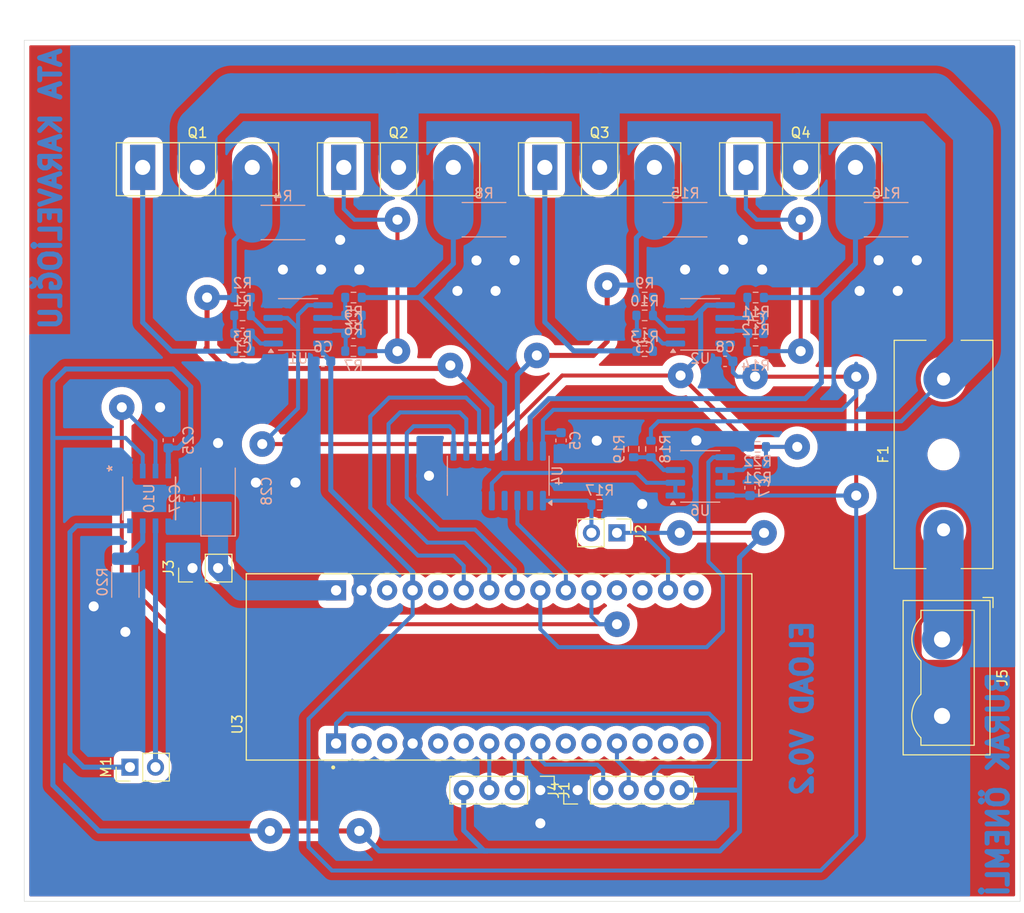
<source format=kicad_pcb>
(kicad_pcb (version 20241229) (generator "pcbnew") (generator_version "9.0")
  (layers (0 "F.Cu" signal) (2 "B.Cu" signal) (13 "F.Paste" user) (15 "B.Paste" user) (5 "F.SilkS" user "F.Silkscreen") (7 "B.SilkS" user "B.Silkscreen") (1 "F.Mask" user) (3 "B.Mask" user) (25 "Edge.Cuts" user))
  (net 0 "")
  (net 1 "Net-(C1-Pad1)")
  (net 2 "Net-(C1-Pad2)")
  (net 3 "Net-(C2-Pad2)")
  (net 4 "Net-(C2-Pad1)")
  (net 5 "Net-(C3-Pad1)")
  (net 6 "Net-(C3-Pad2)")
  (net 7 "Net-(C4-Pad2)")
  (net 8 "Net-(C4-Pad1)")
  (net 9 "+5V")
  (net 10 "GND")
  (net 11 "+3.3V")
  (net 12 "/MCU/SDA")
  (net 13 "/MCU/SCL")
  (net 14 "/Analog_Multiplexing/Y5")
  (net 15 "VIN")
  (net 16 "/MCU/ENCODER_SW")
  (net 17 "Net-(Q1-G)")
  (net 18 "/Analog_Multiplexing/Y0")
  (net 19 "VBUS")
  (net 20 "Net-(Q2-G)")
  (net 21 "/Analog_Multiplexing/Y1")
  (net 22 "Net-(Q3-G)")
  (net 23 "/Analog_Multiplexing/Y2")
  (net 24 "Net-(Q4-G)")
  (net 25 "/Analog_Multiplexing/Y3")
  (net 26 "Net-(U1A--)")
  (net 27 "Net-(U1B--)")
  (net 28 "Net-(U2A--)")
  (net 29 "Net-(U2B--)")
  (net 30 "Net-(U6A-+)")
  (net 31 "/Load Stage/DAC_BUFFERED")
  (net 32 "/Analog_Multiplexing/S3")
  (net 36 "/Analog_Multiplexing/ADC")
  (net 38 "/Analog_Multiplexing/S2")
  (net 42 "/Analog_Multiplexing/S1")
  (net 48 "/Analog_Multiplexing/Y4")
  (net 51 "VBUS_UNPROTECTED")
  (net 52 "Net-(U3B-PA4)")
  (net 54 "/Fan Controller/Motor-")
  (net 55 "/Fan Controller/Motor+")
  (net 56 "/Fan Controller/Vin+")
  (net 57 "/MCU/TIM1_CHANNEL1")
  (net 58 "/MCU/TIM1_CHANNEL2")
  (net 59 "Net-(U6B--)")
  (net 60 "/Fan Controller/IN1")
  (footprint "Package_TO_SOT_THT:TO-247-3_Vertical" (layer "F.Cu") (at 183.9972 65.786)
    (property "Reference" "Q4")
    (property "Value" "IRFP250")
  )
  (footprint "Package_TO_SOT_THT:TO-247-3_Vertical" (layer "F.Cu") (at 163.9972 65.786)
    (property "Reference" "Q3")
    (property "Value" "IRFP250")
  )
  (footprint "Package_TO_SOT_THT:TO-247-3_Vertical" (layer "F.Cu") (at 143.9972 65.786)
    (property "Reference" "Q2")
    (property "Value" "IRFP250")
  )
  (footprint "NUCLEO_L432KC:MODULE_NUCLEO-L432KC" (layer "F.Cu") (at 159.4472 115.5 90)
    (property "Reference" "U3")
    (property "Value" "NUCLEO-L432KC")
  )
  (footprint "Fuse:Fuseholder_Cylinder-5x20mm_Schurter_0031_8201_Horizontal_Open" (layer "F.Cu") (at 203.6572 105.604 90)
    (property "Reference" "F1")
    (property "Value" "Fuse")
  )
  (footprint "Connector_PinHeader_2.54mm:PinHeader_1x05_P2.54mm_Vertical" (layer "F.Cu") (at 167.259 127.762 90)
    (property "Reference" "J4")
    (property "Value" "Conn_01x05_Pin")
  )
  (footprint "Package_TO_SOT_THT:TO-247-3_Vertical" (layer "F.Cu") (at 123.9972 65.786)
    (property "Reference" "Q1")
    (property "Value" "IRFP250")
  )
  (footprint "Connector_PinHeader_2.54mm:PinHeader_1x02_P2.54mm_Vertical" (layer "F.Cu") (at 171.1722 102.1588 -90)
    (property "Reference" "J2")
    (property "Value" "Conn_01x02_Pin")
  )
  (footprint "Connector_PinHeader_2.54mm:PinHeader_1x04_P2.54mm_Vertical" (layer "F.Cu") (at 163.5522 127.762 -90)
    (property "Reference" "J1")
    (property "Value" "Conn_01x04_Pin")
  )
  (footprint "Connector_PinHeader_2.54mm:PinHeader_1x02_P2.54mm_Vertical" (layer "F.Cu") (at 122.7328 125.476 90)
    (property "Reference" "M1")
    (property "Value" "Motor Connection")
  )
  (footprint "Connector_PinHeader_2.54mm:PinHeader_1x02_P2.54mm_Vertical" (layer "F.Cu") (at 128.9558 105.664 90)
    (property "Reference" "J3")
    (property "Value" "Conn_01x02_Pin")
  )
  (footprint "TerminalBlock:TerminalBlock_Wuerth_691311400102_P7.62mm" (layer "F.Cu") (at 203.5072 112.762 -90)
    (property "Reference" "J5")
    (property "Value" "Screw_Terminal_01x02")
  )
  (footprint "Resistor_SMD:R_0603_1608Metric" (layer "B.Cu") (at 133.9287 80.518 180)
    (property "Reference" "R1")
    (property "Value" "1k")
  )
  (footprint "Resistor_SMD:R_0603_1608Metric" (layer "B.Cu") (at 173.9287 84.074 180)
    (property "Reference" "R13")
    (property "Value" "1k")
  )
  (footprint "Resistor_SMD:R_0603_1608Metric" (layer "B.Cu") (at 185.166 95.25)
    (property "Reference" "R21")
    (property "Value" "10k")
  )
  (footprint "Resistor_SMD:R_0603_1608Metric" (layer "B.Cu") (at 184.9657 78.74)
    (property "Reference" "R11")
    (property "Value" "10k")
  )
  (footprint "Package_SO:SOIC-8_3.9x4.9mm_P1.27mm" (layer "B.Cu") (at 139.4547 81.407)
    (property "Reference" "U1")
    (property "Value" "OPA2197xD")
  )
  (footprint "Resistor_SMD:R_0603_1608Metric" (layer "B.Cu") (at 185.166 93.599)
    (property "Reference" "R22")
    (property "Value" "1k")
  )
  (footprint "Resistor_SMD:R_0603_1608Metric" (layer "B.Cu") (at 133.9287 84.074 180)
    (property "Reference" "R3")
    (property "Value" "1k")
  )
  (footprint "Resistor_SMD:R_0603_1608Metric" (layer "B.Cu") (at 133.9287 78.74 180)
    (property "Reference" "R2")
    (property "Value" "10k")
  )
  (footprint "Resistor_SMD:R_0603_1608Metric" (layer "B.Cu") (at 144.9657 80.518)
    (property "Reference" "R6")
    (property "Value" "1k")
  )
  (footprint "Capacitor_SMD:C_0603_1608Metric" (layer "B.Cu") (at 184.9647 82.296 180)
    (property "Reference" "C4")
    (property "Value" "1nF")
  )
  (footprint "Resistor_SMD:R_0603_1608Metric" (layer "B.Cu") (at 173.9287 80.518 180)
    (property "Reference" "R10")
    (property "Value" "1k")
  )
  (footprint "Resistor_SMD:R_0603_1608Metric" (layer "B.Cu") (at 169.4572 99.3648 180)
    (property "Reference" "R17")
    (property "Value" "10k")
  )
  (footprint "Capacitor_Tantalum_SMD:CP_EIA-6032-15_Kemet-U" (layer "B.Cu") (at 131.4958 98.7098 90)
    (property "Reference" "C28")
    (property "Value" "47uF")
  )
  (footprint "Resistor_SMD:R_2512_6332Metric_Pad1.40x3.35mm_HandSolder" (layer "B.Cu") (at 197.9472 70.993 180)
    (property "Reference" "R16")
    (property "Value" "0.1")
  )
  (footprint "Package_SO:SOIC-16_3.9x9.9mm_P1.27mm" (layer "B.Cu") (at 159.3622 96.475 90)
    (property "Reference" "U4")
    (property "Value" "HEF4051BT")
  )
  (footprint "Capacitor_SMD:C_0603_1608Metric" (layer "B.Cu") (at 133.9287 82.296)
    (property "Reference" "C1")
    (property "Value" "1nF")
  )
  (footprint "Package_SO:SOIC-8_3.9x4.9mm_P1.27mm" (layer "B.Cu") (at 179.4547 96.54)
    (property "Reference" "U6")
    (property "Value" "OPA2197xD")
  )
  (footprint "Resistor_SMD:R_0603_1608Metric" (layer "B.Cu") (at 173.9287 78.74 180)
    (property "Reference" "R9")
    (property "Value" "10k")
  )
  (footprint "Resistor_SMD:R_2512_6332Metric_Pad1.40x3.35mm_HandSolder" (layer "B.Cu") (at 137.9472 71.2724 180)
    (property "Reference" "R4")
    (property "Value" "0.1")
  )
  (footprint "Capacitor_SMD:C_0603_1608Metric" (layer "B.Cu") (at 144.9657 82.296 180)
    (property "Reference" "C2")
    (property "Value" "1nF")
  )
  (footprint "Resistor_SMD:R_2512_6332Metric_Pad1.40x3.35mm_HandSolder" (layer "B.Cu") (at 157.9472 70.993 180)
    (property "Reference" "R8")
    (property "Value" "0.1")
  )
  (footprint "Capacitor_SMD:C_0603_1608Metric" (layer "B.Cu") (at 126.5428 92.9386 -90)
    (property "Reference" "C25")
    (property "Value" "0.1uF")
  )
  (footprint "Capacitor_SMD:C_0603_1608Metric" (layer "B.Cu") (at 141.9297 85.09 180)
    (property "Reference" "C6")
    (property "Value" "0.1uF")
  )
  (footprint "Capacitor_SMD:C_0603_1608Metric" (layer "B.Cu") (at 184.404 97.67 90)
    (property "Reference" "C7")
    (property "Value" "0.1uF")
  )
  (footprint "Capacitor_SMD:C_0603_1608Metric" (layer "B.Cu") (at 165.608 92.964 90)
    (property "Reference" "C5")
    (property "Value" "0.1uF")
  )
  (footprint "Resistor_SMD:R_0603_1608Metric" (layer "B.Cu") (at 144.9657 78.74)
    (property "Reference" "R5")
    (property "Value" "10k")
  )
  (footprint "Resistor_SMD:R_0603_1608Metric" (layer "B.Cu") (at 174.5498 93.81 90)
    (property "Reference" "R18")
    (property "Value" "100k")
  )
  (footprint "Resistor_SMD:R_0603_1608Metric" (layer "B.Cu") (at 184.9657 84.074)
    (property "Reference" "R14")
    (property "Value" "1k")
  )
  (footprint "Resistor_SMD:R_0603_1608Metric" (layer "B.Cu") (at 184.9657 80.518)
    (property "Reference" "R12")
    (property "Value" "1k")
  )
  (footprint "Resistor_SMD:R_2512_6332Metric_Pad1.40x3.35mm_HandSolder" (layer "B.Cu") (at 177.9472 70.993 180)
    (property "Reference" "R15")
    (property "Value" "0.1")
  )
  (footprint "DRV8231DDAR:DRV8231DDAR" (layer "B.Cu") (at 124.6378 98.7298 -90)
    (property "Reference" "U10")
    (property "Value" "DRV8231DDAR")
  )
  (footprint "Package_SO:SOIC-8_3.9x4.9mm_P1.27mm" (layer "B.Cu") (at 179.4547 81.407)
    (property "Reference" "U2")
    (property "Value" "OPA2197xD")
  )
  (footprint "Resistor_SMD:R_0603_1608Metric" (layer "B.Cu") (at 144.9657 84.074)
    (property "Reference" "R7")
    (property "Value" "1k")
  )
  (footprint "Capacitor_SMD:C_0603_1608Metric" (layer "B.Cu") (at 181.9297 85.09 180)
    (property "Reference" "C8")
    (property "Value" "0.1uF")
  )
  (footprint "Resistor_SMD:R_2010_5025Metric" (layer "B.Cu") (at 122.2756 107.04195 -90)
    (property "Reference" "R20")
    (property "Value" "0.15 ohm")
  )
  (footprint "Capacitor_SMD:C_0603_1608Metric" (layer "B.Cu") (at 128.6256 98.7298 -90)
    (property "Reference" "C27")
    (property "Value" "0.1uF")
  )
  (footprint "Capacitor_SMD:C_0603_1608Metric" (layer "B.Cu") (at 173.9287 82.296)
    (property "Reference" "C3")
    (property "Value" "1nF")
  )
  (footprint "Resistor_SMD:R_0603_1608Metric" (layer "B.Cu") (at 172.8368 93.81 -90)
    (property "Reference" "R19")
    (property "Value" "1k")
  )
  (gr_rect (start 112.2172 53.1368) (end 211.2772 138.8364) (stroke (width 0.05)) (fill no) (layer "Edge.Cuts"))
  (gr_text "BURAK ÖNEMLİ" (at 210.2612 115.7478 90) (layer "B.Cu") (effects (font (size 2 2) (thickness 0.5) (bold yes)) (justify left bottom mirror)))
  (gr_text "ELOAD V0.2" (at 190.7794 110.6678 90) (layer "B.Cu") (effects (font (size 2 2) (thickness 0.5) (bold yes)) (justify left bottom mirror)))
  (gr_text "ATA KARAVELİOĞLU" (at 116.0272 53.6956 90) (layer "B.Cu") (effects (font (size 2 2) (thickness 0.5) (bold yes)) (justify left bottom mirror)))
  (segment (start 133.1537 82.296) (end 133.1537 80.568) (width 0.4) (layer "B.Cu") (net 1))
  (segment (start 133.1537 80.568) (end 133.1037 80.518) (width 0.4) (layer "B.Cu") (net 1))
  (segment (start 136.9797 83.312) (end 135.7197 83.312) (width 0.4) (layer "B.Cu") (net 2))
  (segment (start 134.7037 82.296) (end 134.7037 84.024) (width 0.4) (layer "B.Cu") (net 2))
  (segment (start 134.7037 84.024) (end 134.7537 84.074) (width 0.4) (layer "B.Cu") (net 2))
  (segment (start 135.7197 83.312) (end 134.7037 82.296) (width 0.4) (layer "B.Cu") (net 2))
  (segment (start 144.1907 82.296) (end 144.1907 84.024) (width 0.4) (layer "B.Cu") (net 3))
  (segment (start 143.9367 82.042) (end 144.1907 82.296) (width 0.4) (layer "B.Cu") (net 3))
  (segment (start 144.1907 84.024) (end 144.1407 84.074) (width 0.4) (layer "B.Cu") (net 3))
  (segment (start 141.9297 82.042) (end 143.9367 82.042) (width 0.4) (layer "B.Cu") (net 3))
  (segment (start 145.7407 80.568) (end 145.7907 80.518) (width 0.4) (layer "B.Cu") (net 4))
  (segment (start 145.7407 82.296) (end 145.7407 80.568) (width 0.4) (layer "B.Cu") (net 4))
  (segment (start 173.1537 82.296) (end 173.1537 80.568) (width 0.4) (layer "B.Cu") (net 5))
  (segment (start 173.1537 80.568) (end 173.1037 80.518) (width 0.4) (layer "B.Cu") (net 5))
  (segment (start 175.7197 83.312) (end 174.7037 82.296) (width 0.4) (layer "B.Cu") (net 6))
  (segment (start 174.7037 82.296) (end 174.7037 84.024) (width 0.4) (layer "B.Cu") (net 6))
  (segment (start 174.7037 84.024) (end 174.7537 84.074) (width 0.4) (layer "B.Cu") (net 6))
  (segment (start 176.9797 83.312) (end 175.7197 83.312) (width 0.4) (layer "B.Cu") (net 6))
  (segment (start 184.1897 84.025) (end 184.1407 84.074) (width 0.4) (layer "B.Cu") (net 7))
  (segment (start 181.9297 82.042) (end 183.9357 82.042) (width 0.4) (layer "B.Cu") (net 7))
  (segment (start 183.9357 82.042) (end 184.1897 82.296) (width 0.4) (layer "B.Cu") (net 7))
  (segment (start 184.1897 82.296) (end 184.1897 84.025) (width 0.4) (layer "B.Cu") (net 7))
  (segment (start 185.7397 80.569) (end 185.7907 80.518) (width 0.4) (layer "B.Cu") (net 8))
  (segment (start 185.7397 82.296) (end 185.7397 80.569) (width 0.4) (layer "B.Cu") (net 8))
  (segment (start 194.9704 86.614) (end 194.9704 98.445) (width 0.4) (layer "F.Cu") (net 9))
  (segment (start 184.912 86.614) (end 194.9704 86.614) (width 0.4) (layer "F.Cu") (net 9))
  (via (at 194.9704 98.445) (size 2.54) (drill 1) (layers "F.Cu" "B.Cu") (net 9))
  (via (at 184.912 86.614) (size 2.54) (drill 1) (layers "F.Cu" "B.Cu") (net 9))
  (via (at 194.9704 86.614) (size 2.54) (drill 1) (layers "F.Cu" "B.Cu") (net 9))
  (segment (start 150.8522 110.3106) (end 150.8522 107.88) (width 0.4) (layer "B.Cu") (net 9))
  (segment (start 191.4398 135.763) (end 142.8242 135.763) (width 0.4) (layer "B.Cu") (net 9))
  (segment (start 163.8202 92.189) (end 163.8072 92.202) (width 0.4) (layer "B.Cu") (net 9))
  (segment (start 194.9704 132.2324) (end 191.4398 135.763) (width 0.4) (layer "B.Cu") (net 9))
  (segment (start 181.9297 98.445) (end 194.9704 98.445) (width 0.4) (layer "B.Cu") (net 9))
  (segment (start 193.548 89.916) (end 194.9704 88.4936) (width 0.4) (layer "B.Cu") (net 9))
  (segment (start 183.134 86.614) (end 182.7047 86.1847) (width 0.4) (layer "B.Cu") (net 9))
  (segment (start 142.7047 85.09) (end 142.7047 97.8991) (width 0.5) (layer "B.Cu") (net 9))
  (segment (start 142.8242 135.763) (end 140.4874 133.4262) (width 0.4) (layer "B.Cu") (net 9))
  (segment (start 194.9704 98.445) (end 194.9704 132.2324) (width 0.4) (layer "B.Cu") (net 9))
  (segment (start 163.8072 92.202) (end 163.8072 90.9548) (width 0.4) (layer "B.Cu") (net 9))
  (segment (start 141.9297 83.312) (end 141.9297 84.315) (width 0.5) (layer "B.Cu") (net 9))
  (segment (start 184.912 86.614) (end 183.134 86.614) (width 0.4) (layer "B.Cu") (net 9))
  (segment (start 181.9297 84.315) (end 182.7047 85.09) (width 0.5) (layer "B.Cu") (net 9))
  (segment (start 140.4874 120.6754) (end 150.8522 110.3106) (width 0.4) (layer "B.Cu") (net 9))
  (segment (start 164.846 89.916) (end 193.548 89.916) (width 0.4) (layer "B.Cu") (net 9))
  (segment (start 165.608 92.189) (end 163.8202 92.189) (width 0.4) (layer "B.Cu") (net 9))
  (segment (start 141.9297 84.315) (end 142.7047 85.09) (width 0.5) (layer "B.Cu") (net 9))
  (segment (start 142.7047 85.09) (end 142.6972 85.0975) (width 0.5) (layer "B.Cu") (net 9))
  (segment (start 150.8522 106.0466) (end 150.8522 107.88) (width 0.5) (layer "B.Cu") (net 9))
  (segment (start 181.9297 83.312) (end 181.9297 84.315) (width 0.5) (layer "B.Cu") (net 9))
  (segment (start 194.9704 88.4936) (end 194.9704 85.3186) (width 0.4) (layer "B.Cu") (net 9))
  (segment (start 142.7047 97.8991) (end 150.8522 106.0466) (width 0.5) (layer "B.Cu") (net 9))
  (segment (start 163.8072 94) (end 163.8072 92.202) (width 0.4) (layer "B.Cu") (net 9))
  (segment (start 140.4874 133.4262) (end 140.4874 120.6754) (width 0.4) (layer "B.Cu") (net 9))
  (segment (start 182.7047 86.1847) (end 182.7047 85.09) (width 0.4) (layer "B.Cu") (net 9))
  (segment (start 163.8072 90.9548) (end 164.846 89.916) (width 0.4) (layer "B.Cu") (net 9))
  (via (at 139.192 97.155) (size 2.54) (drill 1) (layers "F.Cu" "B.Cu") (net 10))
  (via (at 169.164 92.985) (size 2.54) (drill 1) (layers "F.Cu" "B.Cu") (net 10))
  (via (at 163.5522 131.064) (size 2.54) (drill 1) (layers "F.Cu" "B.Cu") (net 10))
  (via (at 152.4762 96.475) (size 2.54) (drill 1) (layers "F.Cu" "B.Cu") (net 10))
  (via (at 179.07 92.964) (size 2.54) (drill 1) (layers "F.Cu" "B.Cu") (net 10))
  (via (at 185.613867 75.9547) (size 2.54) (drill 1) (layers "F.Cu" "B.Cu") (net 10))
  (via (at 119.126 109.474) (size 2.54) (drill 1) (layers "F.Cu" "B.Cu") (net 10))
  (via (at 199.103633 78.0796) (size 2.54) (drill 1) (layers "F.Cu" "B.Cu") (net 10))
  (via (at 157.200066 75.0483) (size 2.54) (drill 1) (layers "F.Cu" "B.Cu") (net 10))
  (via (at 137.9472 75.9547) (size 2.54) (drill 1) (layers "F.Cu" "B.Cu") (net 10))
  (via (at 160.9972 75.0316) (size 2.54) (drill 1) (layers "F.Cu" "B.Cu") (net 10))
  (via (at 131.4958 93.218) (size 2.54) (drill 1) (layers "F.Cu" "B.Cu") (net 10))
  (via (at 155.301499 78.0796) (size 2.54) (drill 1) (layers "F.Cu" "B.Cu") (net 10))
  (via (at 135.255 97.155) (size 2.54) (drill 1) (layers "F.Cu" "B.Cu") (net 10))
  (via (at 145.541467 75.9547) (size 2.54) (drill 1) (layers "F.Cu" "B.Cu") (net 10))
  (via (at 183.6972 72.9996) (size 2.54) (drill 1) (layers "F.Cu" "B.Cu") (net 10))
  (via (at 141.744333 75.9547) (size 2.54) (drill 1) (layers "F.Cu" "B.Cu") (net 10))
  (via (at 181.780533 75.9547) (size 2.54) (drill 1) (layers "F.Cu" "B.Cu") (net 10))
  (via (at 159.098633 78.0796) (size 2.54) (drill 1) (layers "F.Cu" "B.Cu") (net 10))
  (via (at 197.1922 75.0316) (size 2.54) (drill 1) (layers "F.Cu" "B.Cu") (net 10))
  (via (at 201.0022 75.0316) (size 2.54) (drill 1) (layers "F.Cu" "B.Cu") (net 10))
  (via (at 173.6852 99.2886) (size 2.54) (drill 1) (layers "F.Cu" "B.Cu") (net 10))
  (via (at 177.9472 75.9547) (size 2.54) (drill 1) (layers "F.Cu" "B.Cu") (net 10))
  (via (at 195.306499 78.0796) (size 2.54) (drill 1) (layers "F.Cu" "B.Cu") (net 10))
  (via (at 125.73 89.662) (size 2.54) (drill 1) (layers "F.Cu" "B.Cu") (net 10))
  (via (at 122.2756 112.014) (size 2.54) (drill 1) (layers "F.Cu" "B.Cu") (net 10))
  (via (at 143.6429 72.9996) (size 2.54) (drill 1) (layers "F.Cu" "B.Cu") (net 10))
  (segment (start 126.5428 92.1636) (end 126.5428 90.4748) (width 0.4) (layer "B.Cu") (net 10))
  (segment (start 153.1112 97.144) (end 153.1112 97.0026) (width 0.4) (layer "B.Cu") (net 10))
  (segment (start 167.259 127.762) (end 163.5522 127.762) (width 0.4) (layer "B.Cu") (net 10))
  (segment (start 152.5778 96.4438) (end 152.4762 96.4438) (width 0.4) (layer "B.Cu") (net 10))
  (segment (start 153.1112 97.0026) (end 153.1112 96.9772) (width 0.4) (layer "B.Cu") (net 10))
  (segment (start 173.609 99.3648) (end 173.6852 99.2886) (width 0.4) (layer "B.Cu") (net 10))
  (segment (start 153.1112 96.9772) (end 152.5778 96.4438) (width 0.4) (layer "B.Cu") (net 10))
  (segment (start 170.2822 99.3648) (end 173.609 99.3648) (width 0.4) (layer "B.Cu") (net 10))
  (segment (start 126.5428 90.4748) (end 125.73 89.662) (width 0.4) (layer "B.Cu") (net 10))
  (segment (start 163.5522 127.762) (end 163.5522 131.064) (width 0.4) (layer "B.Cu") (net 10))
  (segment (start 145.542 131.826) (end 136.652 131.826) (width 0.5) (layer "F.Cu") (net 11))
  (segment (start 177.419 102.1588) (end 185.801 102.1588) (width 0.4) (layer "F.Cu") (net 11))
  (via (at 185.801 102.1588) (size 2.54) (drill 1) (layers "F.Cu" "B.Cu") (net 11))
  (via (at 177.419 102.1588) (size 2.54) (drill 1) (layers "F.Cu" "B.Cu") (net 11))
  (via (at 136.652 131.826) (size 2.54) (drill 1) (layers "F.Cu" "B.Cu") (net 11))
  (via (at 145.542 131.826) (size 2.54) (drill 1) (layers "F.Cu" "B.Cu") (net 11))
  (segment (start 127.5204 93.7136) (end 126.5428 93.7136) (width 0.5) (layer "B.Cu") (net 11))
  (segment (start 116.332 85.852) (end 127 85.852) (width 0.5) (layer "B.Cu") (net 11))
  (segment (start 115.062 92.71) (end 115.062 87.122) (width 0.5) (layer "B.Cu") (net 11))
  (segment (start 136.652 131.826) (end 119.634 131.826) (width 0.5) (layer "B.Cu") (net 11))
  (segment (start 158.242 133.8072) (end 181.4068 133.8072) (width 0.5) (layer "B.Cu") (net 11))
  (segment (start 147.5232 133.8072) (end 145.542 131.826) (width 0.5) (layer "B.Cu") (net 11))
  (segment (start 155.9322 131.7768) (end 157.9626 133.8072) (width 0.5) (layer "B.Cu") (net 11))
  (segment (start 115.062 87.122) (end 116.332 85.852) (width 0.5) (layer "B.Cu") (net 11))
  (segment (start 155.9322 127.762) (end 155.9322 131.7768) (width 0.5) (layer "B.Cu") (net 11))
  (segment (start 183.3626 127.762) (end 183.3626 104.5972) (width 0.5) (layer "B.Cu") (net 11))
  (segment (start 119.634 131.826) (end 115.062 127.254) (width 0.5) (layer "B.Cu") (net 11))
  (segment (start 173.6852 102.1588) (end 171.1722 102.1588) (width 0.4) (layer "B.Cu") (net 11))
  (segment (start 157.9626 133.8072) (end 158.242 133.8072) (width 0.5) (layer "B.Cu") (net 11))
  (segment (start 126.5428 96.00565) (end 126.5428 93.7136) (width 0.5) (layer "B.Cu") (net 11))
  (segment (start 173.6852 102.1588) (end 177.419 102.1588) (width 0.4) (layer "B.Cu") (net 11))
  (segment (start 177.419 127.762) (end 183.3626 127.762) (width 0.5) (layer "B.Cu") (net 11))
  (segment (start 127 85.852) (end 128.778 87.63) (width 0.5) (layer "B.Cu") (net 11))
  (segment (start 158.242 133.8072) (end 147.5232 133.8072) (width 0.5) (layer "B.Cu") (net 11))
  (segment (start 176.2522 107.88) (end 176.2522 104.7258) (width 0.4) (layer "B.Cu") (net 11))
  (segment (start 176.2522 104.7258) (end 173.6852 102.1588) (width 0.4) (layer "B.Cu") (net 11))
  (segment (start 124.0028 94.4118) (end 122.301 92.71) (width 0.4) (layer "B.Cu") (net 11))
  (segment (start 115.062 127.254) (end 115.062 92.71) (width 0.5) (layer "B.Cu") (net 11))
  (segment (start 122.301 92.71) (end 115.062 92.71) (width 0.4) (layer "B.Cu") (net 11))
  (segment (start 183.3626 131.8514) (end 183.3626 127.762) (width 0.5) (layer "B.Cu") (net 11))
  (segment (start 128.778 87.63) (end 128.778 92.456) (width 0.5) (layer "B.Cu") (net 11))
  (segment (start 128.778 92.456) (end 127.5204 93.7136) (width 0.5) (layer "B.Cu") (net 11))
  (segment (start 181.4068 133.8072) (end 183.3626 131.8514) (width 0.5) (layer "B.Cu") (net 11))
  (segment (start 124.0028 96.00565) (end 124.0028 94.4118) (width 0.4) (layer "B.Cu") (net 11))
  (segment (start 183.3626 104.5972) (end 185.801 102.1588) (width 0.5) (layer "B.Cu") (net 11))
  (segment (start 158.4722 127.762) (end 158.4722 123.12) (width 0.4) (layer "B.Cu") (net 12))
  (segment (start 161.0122 123.12) (end 161.0122 127.762) (width 0.4) (layer "B.Cu") (net 13))
  (segment (start 158.7272 98.95) (end 158.7272 97.2286) (width 0.4) (layer "B.Cu") (net 14))
  (segment (start 159.766 96.1898) (end 173.1518 96.1898) (width 0.4) (layer "B.Cu") (net 14))
  (segment (start 173.1518 96.1898) (end 174.137 97.175) (width 0.4) (layer "B.Cu") (net 14))
  (segment (start 176.9797 97.175) (end 176.9797 98.445) (width 0.4) (layer "B.Cu") (net 14))
  (segment (start 158.7272 97.2286) (end 159.766 96.1898) (width 0.4) (layer "B.Cu") (net 14))
  (segment (start 174.137 97.175) (end 176.3287 97.175) (width 0.4) (layer "B.Cu") (net 14))
  (segment (start 131.4958 105.664) (end 131.4958 101.1798) (width 2) (layer "B.Cu") (net 15))
  (segment (start 133.7118 107.88) (end 143.2322 107.88) (width 2) (layer "B.Cu") (net 15))
  (segment (start 131.4958 105.664) (end 133.7118 107.88) (width 2) (layer "B.Cu") (net 15))
  (segment (start 169.2148 125.222) (end 169.799 125.8062) (width 0.4) (layer "B.Cu") (net 16))
  (segment (start 163.5522 123.12) (end 163.5522 124.7156) (width 0.4) (layer "B.Cu") (net 16))
  (segment (start 169.799 125.8062) (end 169.799 127.762) (width 0.4) (layer "B.Cu") (net 16))
  (segment (start 163.5522 124.7156) (end 164.0586 125.222) (width 0.4) (layer "B.Cu") (net 16))
  (segment (start 164.0586 125.222) (end 169.2148 125.222) (width 0.4) (layer "B.Cu") (net 16))
  (segment (start 133.1037 84.074) (end 126.8596 84.074) (width 0.5) (layer "B.Cu") (net 17))
  (segment (start 123.9972 81.2116) (end 123.9972 65.786) (width 0.5) (layer "B.Cu") (net 17))
  (segment (start 126.8596 84.074) (end 123.9972 81.2116) (width 0.5) (layer "B.Cu") (net 17))
  (segment (start 159.9972 87.2173) (end 151.5199 78.74) (width 0.5) (layer "B.Cu") (net 18))
  (segment (start 154.8972 70.993) (end 154.8972 65.786) (width 4) (layer "B.Cu") (net 18))
  (segment (start 145.808 78.74) (end 151.5199 78.74) (width 0.5) (layer "B.Cu") (net 18))
  (segment (start 151.5199 78.74) (end 154.9145 75.3454) (width 0.5) (layer "B.Cu") (net 18))
  (segment (start 154.8972 75.3281) (end 154.8972 70.993) (width 0.5) (layer "B.Cu") (net 18))
  (segment (start 154.9145 75.3454) (end 154.8972 75.3281) (width 0.5) (layer "B.Cu") (net 18))
  (segment (start 159.9972 94) (end 159.9972 87.2173) (width 0.5) (layer "B.Cu") (net 18))
  (segment (start 182.4602 58.42) (end 189.1658 58.42) (width 4) (layer "B.Cu") (net 19))
  (segment (start 149.3894 58.42) (end 163.7912 58.42) (width 4) (layer "B.Cu") (net 19))
  (segment (start 189.4472 65.786) (end 189.4472 58.7014) (width 4) (layer "B.Cu") (net 19))
  (segment (start 175.2854 91.059) (end 199.4522 91.059) (width 0.4) (layer "B.Cu") (net 19))
  (segment (start 189.4472 58.7014) (end 189.1658 58.42) (width 4) (layer "B.Cu") (net 19))
  (segment (start 202.7682 58.42) (end 206.6036 62.2554) (width 4) (layer "B.Cu") (net 19))
  (segment (start 189.1658 58.42) (end 202.7682 58.42) (width 4) (layer "B.Cu") (net 19))
  (segment (start 129.4472 65.786) (end 129.4472 61.8268) (width 4) (layer "B.Cu") (net 19))
  (segment (start 169.4554 58.42) (end 182.4602 58.42) (width 4) (layer "B.Cu") (net 19))
  (segment (start 129.4472 61.8268) (end 132.854 58.42) (width 4) (layer "B.Cu") (net 19))
  (segment (start 206.6036 62.2554) (end 206.6036 83.9076) (width 4) (layer "B.Cu") (net 19))
  (segment (start 149.4472 58.4778) (end 149.3894 58.42) (width 4) (layer "B.Cu") (net 19))
  (segment (start 206.6036 83.9076) (end 203.6572 86.854) (width 4) (layer "B.Cu") (net 19))
  (segment (start 174.5498 92.985) (end 174.5498 91.7946) (width 0.4) (layer "B.Cu") (net 19))
  (segment (start 169.4472 65.786) (end 169.4472 58.4282) (width 4) (layer "B.Cu") (net 19))
  (segment (start 169.4472 58.4282) (end 169.4554 58.42) (width 4) (layer "B.Cu") (net 19))
  (segment (start 174.5498 91.7946) (end 175.2854 91.059) (width 0.4) (layer "B.Cu") (net 19))
  (segment (start 163.7912 58.42) (end 169.4554 58.42) (width 4) (layer "B.Cu") (net 19))
  (segment (start 149.4472 65.786) (end 149.4472 58.4778) (width 4) (layer "B.Cu") (net 19))
  (segment (start 132.854 58.42) (end 149.3894 58.42) (width 4) (layer "B.Cu") (net 19))
  (segment (start 199.4522 91.059) (end 203.6572 86.854) (width 0.4) (layer "B.Cu") (net 19))
  (segment (start 149.3386 70.993) (end 149.3386 84.074) (width 0.4) (layer "F.Cu") (net 20))
  (via (at 149.3386 70.993) (size 2.54) (drill 1) (layers "F.Cu" "B.Cu") (net 20))
  (via (at 149.3386 84.074) (size 2.54) (drill 1) (layers "F.Cu" "B.Cu") (net 20))
  (segment (start 145.0714 70.993) (end 143.9972 69.9188) (width 0.4) (layer "B.Cu") (net 20))
  (segment (start 149.3386 70.993) (end 145.0714 70.993) (width 0.4) (layer "B.Cu") (net 20))
  (segment (start 143.9972 69.9188) (end 143.9972 65.786) (width 0.4) (layer "B.Cu") (net 20))
  (segment (start 145.7907 84.074) (end 149.3386 84.074) (width 0.4) (layer "B.Cu") (net 20))
  (segment (start 170.2 83.1142) (end 170.2 77.5) (width 0.5) (layer "F.Cu") (net 21))
  (segment (start 163.2 84.5) (end 168.8142 84.5) (width 0.5) (layer "F.Cu") (net 21))
  (segment (start 168.8142 84.5) (end 170.2 83.1142) (width 0.5) (layer "F.Cu") (net 21))
  (via (at 170.2 77.5) (size 2.54) (drill 1) (layers "F.Cu" "B.Cu") (net 21))
  (via (at 163.2 84.5) (size 2.54) (drill 1) (layers "F.Cu" "B.Cu") (net 21))
  (segment (start 161.2672 94) (end 161.2672 86.4328) (width 0.5) (layer "B.Cu") (net 21))
  (segment (start 173.1037 78.74) (end 173.1037 77.5) (width 0.5) (layer "B.Cu") (net 21))
  (segment (start 173.1037 77.5) (end 173.1037 72.7865) (width 0.5) (layer "B.Cu") (net 21))
  (segment (start 161.2672 86.4328) (end 163.2 84.5) (width 0.5) (layer "B.Cu") (net 21))
  (segment (start 173.1037 72.7865) (end 174.8972 70.993) (width 0.5) (layer "B.Cu") (net 21))
  (segment (start 170.2 77.5) (end 173.1037 77.5) (width 0.5) (layer "B.Cu") (net 21))
  (segment (start 174.8972 70.993) (end 174.8972 65.786) (width 4) (layer "B.Cu") (net 21))
  (segment (start 163.9972 81.1769) (end 166.8689 84.0486) (width 0.5) (layer "B.Cu") (net 22))
  (segment (start 166.8689 84.0486) (end 173.113 84.0486) (width 0.5) (layer "B.Cu") (net 22))
  (segment (start 163.9972 65.786) (end 163.9972 81.1769) (width 0.5) (layer "B.Cu") (net 22))
  (segment (start 194.8972 70.993) (end 194.8972 65.786) (width 4) (layer "B.Cu") (net 23))
  (segment (start 164.4 88.8) (end 189.9 88.8) (width 0.5) (layer "B.Cu") (net 23))
  (segment (start 185.7907 78.74) (end 191.5026 78.74) (width 0.5) (layer "B.Cu") (net 23))
  (segment (start 191.5026 87.1974) (end 191.5026 78.74) (width 0.5) (layer "B.Cu") (net 23))
  (segment (start 191.5026 78.74) (end 194.8972 75.3454) (width 0.5) (layer "B.Cu") (net 23))
  (segment (start 162.5372 94) (end 162.5372 90.6628) (width 0.5) (layer "B.Cu") (net 23))
  (segment (start 189.9 88.8) (end 191.5026 87.1974) (width 0.5) (layer "B.Cu") (net 23))
  (segment (start 194.8972 75.3454) (end 194.8972 70.993) (width 0.5) (layer "B.Cu") (net 23))
  (segment (start 162.5372 90.6628) (end 164.4 88.8) (width 0.5) (layer "B.Cu") (net 23))
  (segment (start 189.4472 70.993) (end 189.4472 84.074) (width 0.4) (layer "F.Cu") (net 24))
  (via (at 189.4472 70.993) (size 2.54) (drill 1) (layers "F.Cu" "B.Cu") (net 24))
  (via (at 189.4472 84.074) (size 2.54) (drill 1) (layers "F.Cu" "B.Cu") (net 24))
  (segment (start 185.7907 84.074) (end 189.4472 84.074) (width 0.4) (layer "B.Cu") (net 24))
  (segment (start 185.0764 70.993) (end 183.9972 69.9138) (width 0.4) (layer "B.Cu") (net 24))
  (segment (start 183.9972 69.9138) (end 183.9972 65.786) (width 0.4) (layer "B.Cu") (net 24))
  (segment (start 189.4472 70.993) (end 185.0764 70.993) (width 0.4) (layer "B.Cu") (net 24))
  (segment (start 130.4 83.7) (end 130.4 78.74) (width 0.5) (layer "F.Cu") (net 25))
  (segment (start 130.3 83.8) (end 130.4 83.7) (width 0.5) (layer "F.Cu") (net 25))
  (segment (start 132.295 85.795) (end 130.3 83.8) (width 0.5) (layer "F.Cu") (net 25))
  (segment (start 154.305 85.795) (end 132.295 85.795) (width 0.5) (layer "F.Cu") (net 25))
  (segment (start 154.6 85.5) (end 154.305 85.795) (width 0.5) (layer "F.Cu") (net 25))
  (via (at 130.4 78.74) (size 2.54) (drill 1) (layers "F.Cu" "B.Cu") (net 25))
  (via (at 154.6 85.5) (size 2.54) (drill 1) (layers "F.Cu" "B.Cu") (net 25))
  (segment (start 158.7272 89.6272) (end 154.6 85.5) (width 0.5) (layer "B.Cu") (net 25))
  (segment (start 133.1037 78.74) (end 130.4 78.74) (width 0.5) (layer "B.Cu") (net 25))
  (segment (start 134.8972 71.2724) (end 134.8972 65.786) (width 4) (layer "B.Cu") (net 25))
  (segment (start 133.1037 78.74) (end 133.1037 73.0659) (width 0.5) (layer "B.Cu") (net 25))
  (segment (start 133.1037 73.0659) (end 134.8972 71.2724) (width 0.5) (layer "B.Cu") (net 25))
  (segment (start 158.7272 94) (end 158.7272 89.6272) (width 0.5) (layer "B.Cu") (net 25))
  (segment (start 134.7537 80.518) (end 134.7537 78.74) (width 0.4) (layer "B.Cu") (net 26))
  (segment (start 136.9797 82.042) (end 136.2777 82.042) (width 0.4) (layer "B.Cu") (net 26))
  (segment (start 136.2777 82.042) (end 134.7537 80.518) (width 0.4) (layer "B.Cu") (net 26))
  (segment (start 141.9297 80.772) (end 143.8867 80.772) (width 0.4) (layer "B.Cu") (net 27))
  (segment (start 143.8867 80.772) (end 144.1407 80.518) (width 0.4) (layer "B.Cu") (net 27))
  (segment (start 144.1407 78.74) (end 144.1407 80.518) (width 0.4) (layer "B.Cu") (net 27))
  (segment (start 174.7537 78.74) (end 174.7537 80.518) (width 0.4) (layer "B.Cu") (net 28))
  (segment (start 176.9797 82.042) (end 176.2777 82.042) (width 0.4) (layer "B.Cu") (net 28))
  (segment (start 176.2777 82.042) (end 174.7537 80.518) (width 0.4) (layer "B.Cu") (net 28))
  (segment (start 184.1407 78.74) (end 184.1407 80.518) (width 0.4) (layer "B.Cu") (net 29))
  (segment (start 181.9297 80.772) (end 183.8867 80.772) (width 0.4) (layer "B.Cu") (net 29))
  (segment (start 183.8867 80.772) (end 184.1407 80.518) (width 0.4) (layer "B.Cu") (net 29))
  (segment (start 175.8198 95.905) (end 174.5498 94.635) (width 0.4) (layer "B.Cu") (net 30))
  (segment (start 176.9797 95.905) (end 175.8198 95.905) (width 0.4) (layer "B.Cu") (net 30))
  (segment (start 174.5498 94.635) (end 172.8368 94.635) (width 0.4) (layer "B.Cu") (net 30))
  (segment (start 189.103 93.599) (end 184.599 93.599) (width 0.4) (layer "F.Cu") (net 31))
  (segment (start 158.9024 93.3196) (end 165.722 86.5) (width 0.4) (layer "F.Cu") (net 31))
  (segment (start 165.722 86.5) (end 177.5 86.5) (width 0.4) (layer "F.Cu") (net 31))
  (segment (start 135.89 93.3196) (end 158.9024 93.3196) (width 0.4) (layer "F.Cu") (net 31))
  (segment (start 184.599 93.599) (end 177.5 86.5) (width 0.4) (layer "F.Cu") (net 31))
  (via (at 189.103 93.599) (size 2.54) (drill 1) (layers "F.Cu" "B.Cu") (net 31))
  (via (at 135.89 93.3196) (size 2.54) (drill 1) (layers "F.Cu" "B.Cu") (net 31))
  (via (at 177.5 86.5) (size 2.54) (drill 1) (layers "F.Cu" "B.Cu") (net 31))
  (segment (start 185.991 93.599) (end 185.991 95.25) (width 0.4) (layer "B.Cu") (net 31))
  (segment (start 179.5 84.5) (end 177.5 86.5) (width 0.5) (layer "B.Cu") (net 31))
  (segment (start 139.4547 81.8221) (end 138.4046 80.772) (width 0.4) (layer "B.Cu") (net 31))
  (segment (start 176.9797 80.772) (end 178.828 80.772) (width 0.5) (layer "B.Cu") (net 31))
  (segment (start 140.4112 79.502) (end 141.9297 79.502) (width 0.4) (layer "B.Cu") (net 31))
  (segment (start 139.4547 81.8221) (end 139.4547 80.4585) (width 0.4) (layer "B.Cu") (net 31))
  (segment (start 138.4046 80.772) (end 136.9797 80.772) (width 0.4) (layer "B.Cu") (net 31))
  (segment (start 139.4547 89.7549) (end 139.4547 81.8221) (width 0.4) (layer "B.Cu") (net 31))
  (segment (start 135.89 93.3196) (end 139.4547 89.7549) (width 0.4) (layer "B.Cu") (net 31))
  (segment (start 179.5 80.1) (end 180.098 79.502) (width 0.5) (layer "B.Cu") (net 31))
  (segment (start 185.991 93.599) (end 189.103 93.599) (width 0.4) (layer "B.Cu") (net 31))
  (segment (start 179.5 80.1) (end 179.5 84.5) (width 0.5) (layer "B.Cu") (net 31))
  (segment (start 178.828 80.772) (end 179.5 80.1) (width 0.5) (layer "B.Cu") (net 31))
  (segment (start 139.4547 80.4585) (end 140.4112 79.502) (width 0.4) (layer "B.Cu") (net 31))
  (segment (start 180.098 79.502) (end 181.9297 79.502) (width 0.5) (layer "B.Cu") (net 31))
  (segment (start 161.0122 107.88) (end 161.0122 105.7926) (width 0.4) (layer "B.Cu") (net 32))
  (segment (start 150.2664 92.2274) (end 150.9522 91.5416) (width 0.4) (layer "B.Cu") (net 32))
  (segment (start 150.2664 98.6282) (end 150.2664 92.2274) (width 0.4) (layer "B.Cu") (net 32))
  (segment (start 154.9172 91.9506) (end 154.9172 94) (width 0.4) (layer "B.Cu") (net 32))
  (segment (start 153.4668 101.8286) (end 150.2664 98.6282) (width 0.4) (layer "B.Cu") (net 32))
  (segment (start 154.5082 91.5416) (end 154.9172 91.9506) (width 0.4) (layer "B.Cu") (net 32))
  (segment (start 157.0482 101.8286) (end 153.4668 101.8286) (width 0.4) (layer "B.Cu") (net 32))
  (segment (start 161.0122 105.7926) (end 157.0482 101.8286) (width 0.4) (layer "B.Cu") (net 32))
  (segment (start 150.9522 91.5416) (end 154.5082 91.5416) (width 0.4) (layer "B.Cu") (net 32))
  (segment (start 161.2672 98.95) (end 161.2672 101.247) (width 0.4) (layer "B.Cu") (net 36))
  (segment (start 166.0922 106.072) (end 166.0922 107.88) (width 0.4) (layer "B.Cu") (net 36))
  (segment (start 161.2672 101.247) (end 166.0922 106.072) (width 0.4) (layer "B.Cu") (net 36))
  (segment (start 149.606 90.17) (end 155.5242 90.17) (width 0.4) (layer "B.Cu") (net 38))
  (segment (start 148.4503 99.2505) (end 148.4503 91.3257) (width 0.4) (layer "B.Cu") (net 38))
  (segment (start 155.5242 90.17) (end 156.1872 90.833) (width 0.4) (layer "B.Cu") (net 38))
  (segment (start 156.0322 103.124) (end 152.3238 103.124) (width 0.4) (layer "B.Cu") (net 38))
  (segment (start 158.4722 107.88) (end 158.4722 105.564) (width 0.4) (layer "B.Cu") (net 38))
  (segment (start 158.4722 105.564) (end 156.0322 103.124) (width 0.4) (layer "B.Cu") (net 38))
  (segment (start 156.1872 90.833) (end 156.1872 94) (width 0.4) (layer "B.Cu") (net 38))
  (segment (start 152.3238 103.124) (end 148.4503 99.2505) (width 0.4) (layer "B.Cu") (net 38))
  (segment (start 148.4503 91.3257) (end 149.606 90.17) (width 0.4) (layer "B.Cu") (net 38))
  (segment (start 155.9322 105.437) (end 154.9146 104.4194) (width 0.4) (layer "B.Cu") (net 42))
  (segment (start 156.1592 88.6968) (end 157.4572 89.9948) (width 0.4) (layer "B.Cu") (net 42))
  (segment (start 146.6342 90.5764) (end 148.5138 88.6968) (width 0.4) (layer "B.Cu") (net 42))
  (segment (start 155.9322 107.88) (end 155.9322 105.437) (width 0.4) (layer "B.Cu") (net 42))
  (segment (start 148.5138 88.6968) (end 156.1592 88.6968) (width 0.4) (layer "B.Cu") (net 42))
  (segment (start 154.9146 104.4194) (end 151.384 104.4194) (width 0.4) (layer "B.Cu") (net 42))
  (segment (start 157.4572 89.9948) (end 157.4572 94) (width 0.4) (layer "B.Cu") (net 42))
  (segment (start 146.6342 99.6696) (end 146.6342 90.5764) (width 0.4) (layer "B.Cu") (net 42))
  (segment (start 151.384 104.4194) (end 146.6342 99.6696) (width 0.4) (layer "B.Cu") (net 42))
  (segment (start 168.2174 98.95) (end 168.6322 99.3648) (width 0.4) (layer "B.Cu") (net 48))
  (segment (start 168.6322 102.1588) (end 168.6322 99.3648) (width 0.4) (layer "B.Cu") (net 48))
  (segment (start 163.8072 98.95) (end 168.2174 98.95) (width 0.4) (layer "B.Cu") (net 48))
  (segment (start 203.6572 112.612) (end 203.5072 112.762) (width 4) (layer "B.Cu") (net 51))
  (segment (start 203.6572 101.854) (end 203.6572 112.612) (width 4) (layer "B.Cu") (net 51))
  (segment (start 180.2638 105.029) (end 181.7116 106.4768) (width 0.4) (layer "B.Cu") (net 52))
  (segment (start 180.086 113.53975) (end 165.354 113.53975) (width 0.4) (layer "B.Cu") (net 52))
  (segment (start 181.9297 94.635) (end 180.7518 94.635) (width 0.4) (layer "B.Cu") (net 52))
  (segment (start 180.2638 95.123) (end 180.2638 105.029) (width 0.4) (layer "B.Cu") (net 52))
  (segment (start 165.354 113.538) (end 163.5522 111.7362) (width 0.4) (layer "B.Cu") (net 52))
  (segment (start 180.7518 94.635) (end 180.2638 95.123) (width 0.4) (layer "B.Cu") (net 52))
  (segment (start 163.5522 111.7362) (end 163.5522 107.88) (width 0.4) (layer "B.Cu") (net 52))
  (segment (start 181.7116 106.4768) (end 181.7116 111.9124) (width 0.4) (layer "B.Cu") (net 52))
  (segment (start 181.7116 111.9124) (end 180.086 113.538) (width 0.4) (layer "B.Cu") (net 52))
  (segment (start 125.2728 101.45395) (end 125.2728 125.476) (width 0.5) (layer "B.Cu") (net 54))
  (segment (start 116.7638 124.1298) (end 118.11 125.476) (width 0.5) (layer "B.Cu") (net 55))
  (segment (start 117.41785 101.45395) (end 116.7638 102.108) (width 0.5) (layer "B.Cu") (net 55))
  (segment (start 118.11 125.476) (end 122.7328 125.476) (width 0.5) (layer "B.Cu") (net 55))
  (segment (start 116.7638 102.108) (end 116.7638 124.1298) (width 0.5) (layer "B.Cu") (net 55))
  (segment (start 122.7328 101.45395) (end 117.41785 101.45395) (width 0.5) (layer "B.Cu") (net 55))
  (segment (start 124.0028 103.00225) (end 122.2756 104.72945) (width 0.5) (layer "B.Cu") (net 56))
  (segment (start 124.0028 101.45395) (end 124.0028 103.00225) (width 0.5) (layer "B.Cu") (net 56))
  (segment (start 171.1722 124.7918) (end 171.1722 123.12) (width 0.4) (layer "B.Cu") (net 57))
  (segment (start 172.339 125.9586) (end 171.1722 124.7918) (width 0.4) (layer "B.Cu") (net 57))
  (segment (start 172.339 127.762) (end 172.339 125.9586) (width 0.4) (layer "B.Cu") (net 57))
  (segment (start 144.2212 120.142) (end 180.34 120.142) (width 0.4) (layer "B.Cu") (net 58))
  (segment (start 143.2322 121.131) (end 144.2212 120.142) (width 0.4) (layer "B.Cu") (net 58))
  (segment (start 143.2322 123.12) (end 143.2322 121.131) (width 0.4) (layer "B.Cu") (net 58))
  (segment (start 180.4162 125.4252) (end 175.4886 125.4252) (width 0.4) (layer "B.Cu") (net 58))
  (segment (start 175.4886 125.4252) (end 174.879 126.0348) (width 0.4) (layer "B.Cu") (net 58))
  (segment (start 181.3052 124.5362) (end 180.4162 125.4252) (width 0.4) (layer "B.Cu") (net 58))
  (segment (start 180.34 120.142) (end 181.3052 121.1072) (width 0.4) (layer "B.Cu") (net 58))
  (segment (start 174.879 126.0348) (end 174.879 127.762) (width 0.4) (layer "B.Cu") (net 58))
  (segment (start 181.3052 121.1072) (end 181.3052 124.5362) (width 0.4) (layer "B.Cu") (net 58))
  (segment (start 184.341 95.25) (end 183.686 95.905) (width 0.4) (layer "B.Cu") (net 59))
  (segment (start 181.9297 95.905) (end 181.9297 97.175) (width 0.5) (layer "B.Cu") (net 59))
  (segment (start 183.686 95.905) (end 181.9297 95.905) (width 0.4) (layer "B.Cu") (net 59))
  (segment (start 126.492 111.252) (end 121.92 106.68) (width 0.4) (layer "F.Cu") (net 60))
  (segment (start 171.1722 111.252) (end 126.492 111.252) (width 0.4) (layer "F.Cu") (net 60))
  (segment (start 121.92 106.68) (end 121.92 89.662) (width 0.4) (layer "F.Cu") (net 60))
  (via (at 171.1722 111.252) (size 2.54) (drill 1) (layers "F.Cu" "B.Cu") (net 60))
  (via (at 121.92 89.662) (size 2.54) (drill 1) (layers "F.Cu" "B.Cu") (net 60))
  (segment (start 125.2728 96.00565) (end 125.2728 93.0148) (width 0.4) (layer "B.Cu") (net 60))
  (segment (start 168.6322 107.88) (end 168.6322 110.4662) (width 0.4) (layer "B.Cu") (net 60))
  (segment (start 125.2728 93.0148) (end 121.92 89.662) (width 0.4) (layer "B.Cu") (net 60))
  (segment (start 168.6322 110.4662) (end 169.418 111.252) (width 0.4) (layer "B.Cu") (net 60))
  (segment (start 169.418 111.252) (end 171.1722 111.252) (width 0.4) (layer "B.Cu") (net 60))
  (zone (net 10) (net_name "GND") (layers "F.Cu" "B.Cu") (connect_pads yes (clearance 0.762)) (min_thickness 0.25) (fill yes (thermal_gap 0.5) (thermal_bridge_width 0.5))
    (polygon (pts (xy 148.650197 49.127294) (xy 211.659396 49.20955) (xy 211.659396 140.028245) (xy 109.805396 140.028245) (xy 109.805396 49.127294)))
  )
  (zone (net 15) (net_name "VIN") (layer "B.Cu") (priority 1) (connect_pads yes (clearance 0.762)) (min_thickness 0.25) (fill yes (thermal_gap 0.5) (thermal_bridge_width 0.5))
    (polygon (pts (xy 126.238 102.362) (xy 132.842 102.362) (xy 132.842 99.06) (xy 127 99.06) (xy 127 100.838) (xy 126.238 100.838)))
  )
)
</source>
